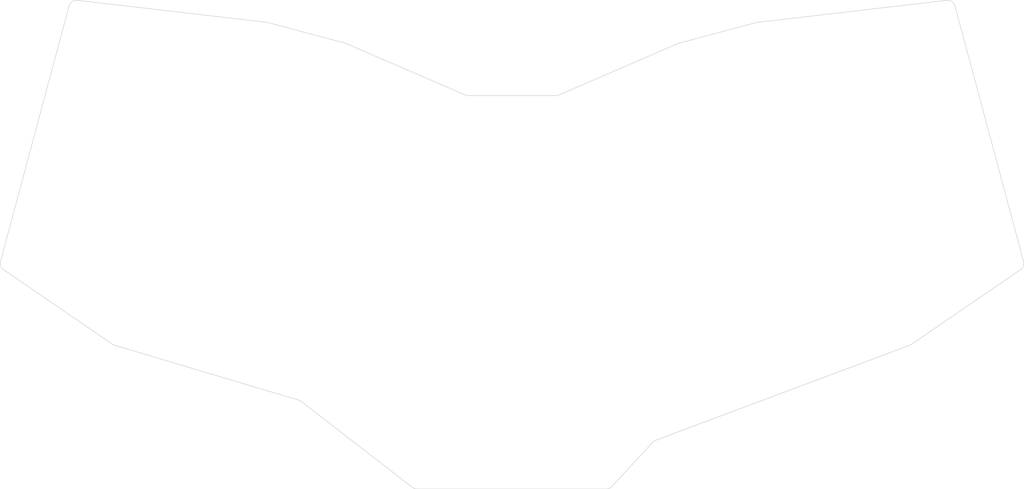
<source format=kicad_pcb>


(kicad_pcb (version 20171130) (host pcbnew 5.1.6)

  (page A3)
  (title_block
    (title "bottom")
    (rev "v1.0.0")
    (company "Unknown")
  )

  (general
    (thickness 1.6)
  )

  (layers
    (0 F.Cu signal)
    (31 B.Cu signal)
    (32 B.Adhes user)
    (33 F.Adhes user)
    (34 B.Paste user)
    (35 F.Paste user)
    (36 B.SilkS user)
    (37 F.SilkS user)
    (38 B.Mask user)
    (39 F.Mask user)
    (40 Dwgs.User user)
    (41 Cmts.User user)
    (42 Eco1.User user)
    (43 Eco2.User user)
    (44 Edge.Cuts user)
    (45 Margin user)
    (46 B.CrtYd user)
    (47 F.CrtYd user)
    (48 B.Fab user)
    (49 F.Fab user)
  )

  (setup
    (last_trace_width 0.25)
    (trace_clearance 0.2)
    (zone_clearance 0.508)
    (zone_45_only no)
    (trace_min 0.2)
    (via_size 0.8)
    (via_drill 0.4)
    (via_min_size 0.4)
    (via_min_drill 0.3)
    (uvia_size 0.3)
    (uvia_drill 0.1)
    (uvias_allowed no)
    (uvia_min_size 0.2)
    (uvia_min_drill 0.1)
    (edge_width 0.05)
    (segment_width 0.2)
    (pcb_text_width 0.3)
    (pcb_text_size 1.5 1.5)
    (mod_edge_width 0.12)
    (mod_text_size 1 1)
    (mod_text_width 0.15)
    (pad_size 1.524 1.524)
    (pad_drill 0.762)
    (pad_to_mask_clearance 0.05)
    (aux_axis_origin 0 0)
    (visible_elements FFFFFF7F)
    (pcbplotparams
      (layerselection 0x010fc_ffffffff)
      (usegerberextensions false)
      (usegerberattributes true)
      (usegerberadvancedattributes true)
      (creategerberjobfile true)
      (excludeedgelayer true)
      (linewidth 0.100000)
      (plotframeref false)
      (viasonmask false)
      (mode 1)
      (useauxorigin false)
      (hpglpennumber 1)
      (hpglpenspeed 20)
      (hpglpendiameter 15.000000)
      (psnegative false)
      (psa4output false)
      (plotreference true)
      (plotvalue true)
      (plotinvisibletext false)
      (padsonsilk false)
      (subtractmaskfromsilk false)
      (outputformat 1)
      (mirror false)
      (drillshape 1)
      (scaleselection 1)
      (outputdirectory ""))
  )

  (net 0 "")

  (net_class Default "This is the default net class."
    (clearance 0.2)
    (trace_width 0.25)
    (via_dia 0.8)
    (via_drill 0.4)
    (uvia_dia 0.3)
    (uvia_drill 0.1)
    (add_net "")
  )

  
  (gr_line (start 82.60157869229614 44.13127317216468) (end 131.94381883271433 49.870138835390144) (angle 90) (layer Edge.Cuts) (width 0.15))
(gr_line (start 80.43866978547038 45.600243441800615) (end 62.61701753821206 112.11155518374315) (angle 90) (layer Edge.Cuts) (width 0.15))
(gr_line (start 63.41778240987194 114.27863028345793) (end 91.72771355171821 133.69191398894148) (angle 90) (layer Edge.Cuts) (width 0.15))
(gr_line (start 92.28704117096476 133.9590080127527) (end 140.17499252700156 148.24543194966498) (angle 90) (layer Edge.Cuts) (width 0.15))
(gr_line (start 140.82730045120513 148.58029950403372) (end 169.7646247500306 170.97522103745854) (angle 90) (layer Edge.Cuts) (width 0.15))
(gr_line (start 170.98869190162904 171.39355750000001) (end 220.20410052656018 171.39355750000001) (angle 90) (layer Edge.Cuts) (width 0.15))
(gr_line (start 221.67315302276378 170.75071800410936) (end 232.34294324449235 159.20124991655535) (angle 90) (layer Edge.Cuts) (width 0.15))
(gr_line (start 233.1107813406959 158.68536522066475) (end 299.1694383745953 133.95490068576825) (angle 90) (layer Edge.Cuts) (width 0.15))
(gr_line (start 299.5993108212367 133.73129255378427) (end 327.96666678950385 114.27863028388597) (angle 90) (layer Edge.Cuts) (width 0.15))
(gr_line (start 310.945779412405 45.60024344204794) (end 328.76743166116364 112.11155518417127) (angle 90) (layer Edge.Cuts) (width 0.15))
(gr_line (start 259.44063036728556 49.870138835390165) (end 308.7828705055791 44.1312731724118) (angle 90) (layer Edge.Cuts) (width 0.15))
(gr_line (start 259.1540495241113 49.92489541842359) (end 239.15218313159664 55.284379332674916) (angle 90) (layer Edge.Cuts) (width 0.15))
(gr_line (start 238.8766183268877 55.38024916670548) (end 207.84315560612302 68.78769588427072) (angle 90) (layer Edge.Cuts) (width 0.15))
(gr_line (start 207.04995276971542 68.951714) (end 184.33449643028462 68.951714) (angle 90) (layer Edge.Cuts) (width 0.15))
(gr_line (start 183.54129359387696 68.78769588427072) (end 152.50783087311223 55.38024916670547) (angle 90) (layer Edge.Cuts) (width 0.15))
(gr_line (start 152.23226606840325 55.284379332674895) (end 132.23039967588852 49.92489541842355) (angle 90) (layer Edge.Cuts) (width 0.15))
(gr_arc (start 82.37052150377164 46.11788147349937) (end 82.60157870377164 44.131273173499366) (angle -81.6341166193299) (layer Edge.Cuts) (width 0.15))
(gr_arc (start 64.54886925651333 112.62919321544189) (end 62.617017556513325 112.11155521544188) (angle -70.55996225777147) (layer Edge.Cuts) (width 0.15))
(gr_arc (start 92.85880039835962 132.04247692092542) (end 91.72771359835961 133.69191392092543) (angle -17.82860122990374) (layer Edge.Cuts) (width 0.15))
(gr_arc (start 139.60323329960673 150.16196304149224) (end 140.82730049960674 148.58029954149225) (angle -21.125255368721035) (layer Edge.Cuts) (width 0.15))
(gr_arc (start 170.98869190162904 169.39355750000001) (end 169.76462470162903 170.975221) (angle -37.736689774762965) (layer Edge.Cuts) (width 0.15))
(gr_arc (start 220.20410052656018 169.39355750000001) (end 220.20410052656018 171.39355750000001) (angle -47.26720083999942) (layer Edge.Cuts) (width 0.15))
(gr_arc (start 233.81199574069595 160.55841042066476) (end 233.11078134069595 158.68536522066475) (angle -26.742742052706802) (layer Edge.Cuts) (width 0.15))
(gr_arc (start 298.4682239745953 132.08185548576824) (end 299.1694383745953 133.95490068576825) (angle -13.915576848656258) (layer Edge.Cuts) (width 0.15))
(gr_arc (start 326.83557994286235 112.62919321586992) (end 327.96666674286234 114.27863021586992) (angle -70.55996225776667) (layer Edge.Cuts) (width 0.15))
(gr_arc (start 309.0139276941037 46.11788147374659) (end 310.9457793941037 45.600243473746595) (angle -81.63411661933453) (layer Edge.Cuts) (width 0.15))
(gr_arc (start 259.6716875558101 51.85674713672485) (end 259.4406303558101 49.87013883672485) (angle -8.365883380670084) (layer Edge.Cuts) (width 0.15))
(gr_arc (start 239.66982116329535 57.216231050976205) (end 239.15218316329535 55.2843793509762) (angle -8.365889333596826) (layer Edge.Cuts) (width 0.15))
(gr_arc (start 207.04995276971542 66.951714) (end 207.04995276971542 68.951714) (angle -23.36588722731142) (layer Edge.Cuts) (width 0.15))
(gr_arc (start 184.33449643028462 66.951714) (end 183.54129363028463 68.7876958) (angle -23.365887227312896) (layer Edge.Cuts) (width 0.15))
(gr_arc (start 151.71462803670457 57.21623105097618) (end 152.50783083670456 55.38024925097618) (angle -8.365889333597721) (layer Edge.Cuts) (width 0.15))
(gr_arc (start 131.7127616441898 51.85674713672483) (end 132.23039964418982 49.924895436724825) (angle -8.365883380668407) (layer Edge.Cuts) (width 0.15))

)


</source>
